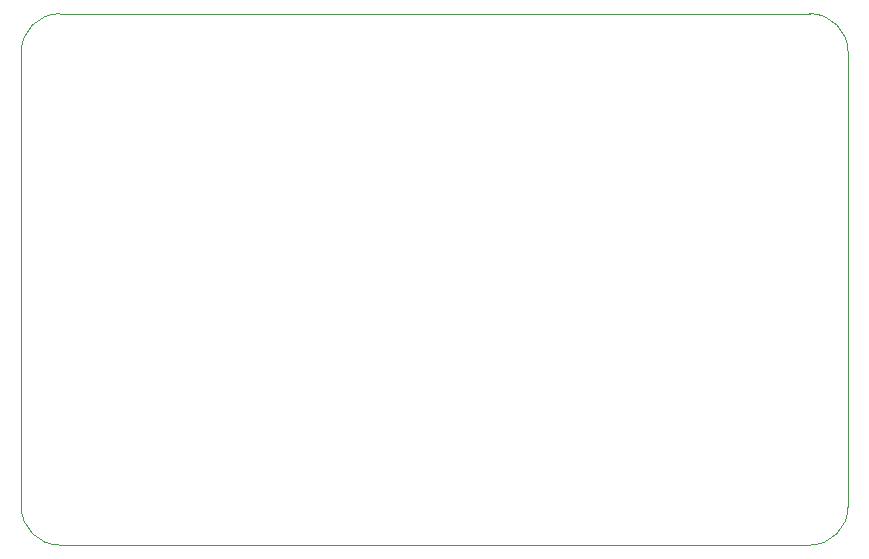
<source format=gm1>
%TF.GenerationSoftware,KiCad,Pcbnew,(6.0.9)*%
%TF.CreationDate,2023-04-03T22:02:57+03:00*%
%TF.ProjectId,USB_Power_Injector_2_Layer_V1.0,5553425f-506f-4776-9572-5f496e6a6563,rev?*%
%TF.SameCoordinates,PX70ea914PY7952f5c*%
%TF.FileFunction,Profile,NP*%
%FSLAX46Y46*%
G04 Gerber Fmt 4.6, Leading zero omitted, Abs format (unit mm)*
G04 Created by KiCad (PCBNEW (6.0.9)) date 2023-04-03 22:02:57*
%MOMM*%
%LPD*%
G01*
G04 APERTURE LIST*
%TA.AperFunction,Profile*%
%ADD10C,0.100000*%
%TD*%
G04 APERTURE END LIST*
D10*
X66750020Y0D02*
X66750020Y38500000D01*
X20Y41749980D02*
G75*
G03*
X-3249980Y38500000I-20J-3249980D01*
G01*
X-3250000Y0D02*
G75*
G03*
X20Y-3250000I3250000J0D01*
G01*
X63500020Y-3250020D02*
G75*
G03*
X66750020Y0I-20J3250020D01*
G01*
X-3249980Y38500000D02*
X-3249980Y0D01*
X20Y-3250000D02*
X63500020Y-3250000D01*
X66750000Y38500000D02*
G75*
G03*
X63500020Y41750000I-3250000J0D01*
G01*
X63500020Y41750000D02*
X20Y41750000D01*
M02*

</source>
